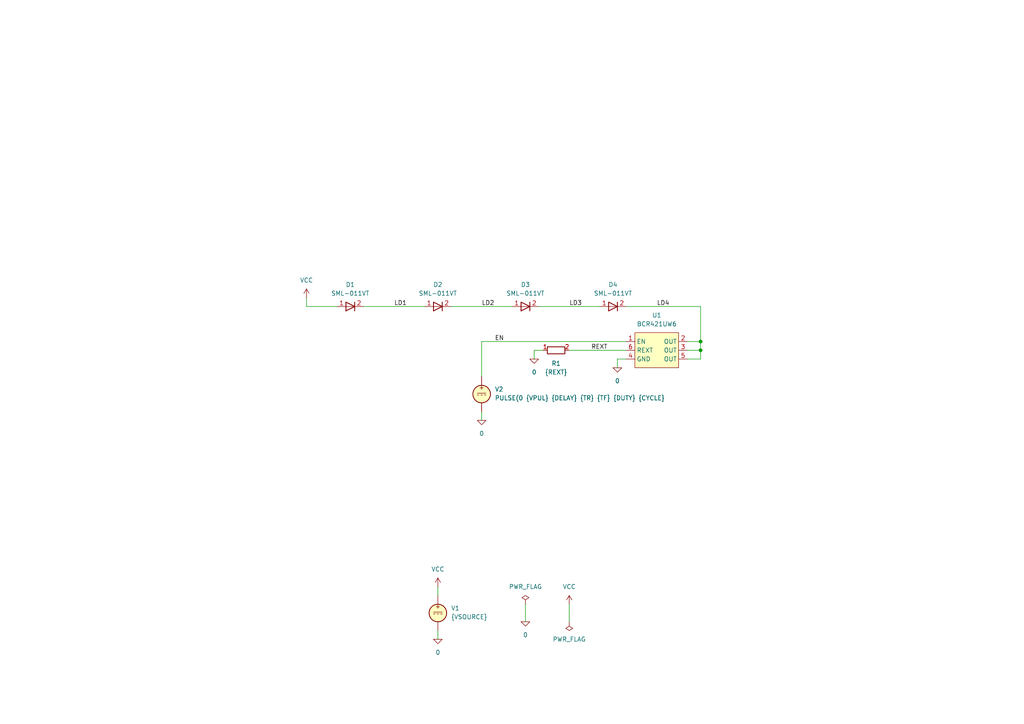
<source format=kicad_sch>
(kicad_sch
	(version 20250114)
	(generator "eeschema")
	(generator_version "9.0")
	(uuid "deaf8180-6dfc-4dc7-91fe-014d2dc4b8f4")
	(paper "A4")
	(title_block
		(title "10mA-350mA. ADJ LINEAR LED CONSTANT CURRENT REGULATOR")
		(date "2025-04-25")
		(rev "1")
		(company "astroelectronic@")
		(comment 4 "AE01003421")
	)
	(lib_symbols
		(symbol "BCR421UW6:0"
			(power)
			(pin_numbers
				(hide yes)
			)
			(pin_names
				(offset 0)
				(hide yes)
			)
			(exclude_from_sim no)
			(in_bom yes)
			(on_board yes)
			(property "Reference" "#GND"
				(at 0 -5.08 0)
				(effects
					(font
						(size 1.27 1.27)
					)
					(hide yes)
				)
			)
			(property "Value" "0"
				(at 0 -2.54 0)
				(effects
					(font
						(size 1.27 1.27)
					)
				)
			)
			(property "Footprint" ""
				(at 0 0 0)
				(effects
					(font
						(size 1.27 1.27)
					)
					(hide yes)
				)
			)
			(property "Datasheet" "https://ngspice.sourceforge.io/docs/ngspice-html-manual/manual.xhtml#subsec_Circuit_elements__device"
				(at 0 -10.16 0)
				(effects
					(font
						(size 1.27 1.27)
					)
					(hide yes)
				)
			)
			(property "Description" "0V reference potential for simulation"
				(at 0 -7.62 0)
				(effects
					(font
						(size 1.27 1.27)
					)
					(hide yes)
				)
			)
			(property "ki_keywords" "simulation"
				(at 0 0 0)
				(effects
					(font
						(size 1.27 1.27)
					)
					(hide yes)
				)
			)
			(symbol "0_0_1"
				(polyline
					(pts
						(xy -1.27 0) (xy 0 -1.27) (xy 1.27 0) (xy -1.27 0)
					)
					(stroke
						(width 0)
						(type default)
					)
					(fill
						(type none)
					)
				)
			)
			(symbol "0_1_1"
				(pin power_in line
					(at 0 0 0)
					(length 0)
					(name "~"
						(effects
							(font
								(size 1.016 1.016)
							)
						)
					)
					(number "1"
						(effects
							(font
								(size 1.016 1.016)
							)
						)
					)
				)
			)
			(embedded_fonts no)
		)
		(symbol "BCR421UW6:BCR421UW6"
			(exclude_from_sim no)
			(in_bom yes)
			(on_board yes)
			(property "Reference" "U"
				(at 0 7.874 0)
				(effects
					(font
						(size 1.27 1.27)
					)
				)
			)
			(property "Value" "BCR421UW6"
				(at 0 6.096 0)
				(effects
					(font
						(size 1.27 1.27)
					)
				)
			)
			(property "Footprint" ""
				(at 0 0 0)
				(effects
					(font
						(size 1.27 1.27)
					)
					(hide yes)
				)
			)
			(property "Datasheet" ""
				(at 0 0 0)
				(effects
					(font
						(size 1.27 1.27)
					)
					(hide yes)
				)
			)
			(property "Description" ""
				(at 0 0 0)
				(effects
					(font
						(size 1.27 1.27)
					)
					(hide yes)
				)
			)
			(symbol "BCR421UW6_1_1"
				(rectangle
					(start -6.35 5.08)
					(end 6.35 -5.08)
					(stroke
						(width 0)
						(type solid)
					)
					(fill
						(type background)
					)
				)
				(pin passive line
					(at -8.89 2.54 0)
					(length 2.54)
					(name "EN"
						(effects
							(font
								(size 1.27 1.27)
							)
						)
					)
					(number "1"
						(effects
							(font
								(size 1.27 1.27)
							)
						)
					)
				)
				(pin passive line
					(at -8.89 0 0)
					(length 2.54)
					(name "REXT"
						(effects
							(font
								(size 1.27 1.27)
							)
						)
					)
					(number "6"
						(effects
							(font
								(size 1.27 1.27)
							)
						)
					)
				)
				(pin passive line
					(at -8.89 -2.54 0)
					(length 2.54)
					(name "GND"
						(effects
							(font
								(size 1.27 1.27)
							)
						)
					)
					(number "4"
						(effects
							(font
								(size 1.27 1.27)
							)
						)
					)
				)
				(pin passive line
					(at 8.89 2.54 180)
					(length 2.54)
					(name "OUT"
						(effects
							(font
								(size 1.27 1.27)
							)
						)
					)
					(number "2"
						(effects
							(font
								(size 1.27 1.27)
							)
						)
					)
				)
				(pin passive line
					(at 8.89 0 180)
					(length 2.54)
					(name "OUT"
						(effects
							(font
								(size 1.27 1.27)
							)
						)
					)
					(number "3"
						(effects
							(font
								(size 1.27 1.27)
							)
						)
					)
				)
				(pin passive line
					(at 8.89 -2.54 180)
					(length 2.54)
					(name "OUT"
						(effects
							(font
								(size 1.27 1.27)
							)
						)
					)
					(number "5"
						(effects
							(font
								(size 1.27 1.27)
							)
						)
					)
				)
			)
			(embedded_fonts no)
		)
		(symbol "BCR421UW6:PWR_FLAG"
			(power)
			(pin_numbers
				(hide yes)
			)
			(pin_names
				(offset 0)
				(hide yes)
			)
			(exclude_from_sim no)
			(in_bom yes)
			(on_board yes)
			(property "Reference" "#FLG"
				(at 0 1.905 0)
				(effects
					(font
						(size 1.27 1.27)
					)
					(hide yes)
				)
			)
			(property "Value" "PWR_FLAG"
				(at 0 3.81 0)
				(effects
					(font
						(size 1.27 1.27)
					)
				)
			)
			(property "Footprint" ""
				(at 0 0 0)
				(effects
					(font
						(size 1.27 1.27)
					)
					(hide yes)
				)
			)
			(property "Datasheet" "~"
				(at 0 0 0)
				(effects
					(font
						(size 1.27 1.27)
					)
					(hide yes)
				)
			)
			(property "Description" "Special symbol for telling ERC where power comes from"
				(at 0 0 0)
				(effects
					(font
						(size 1.27 1.27)
					)
					(hide yes)
				)
			)
			(property "ki_keywords" "flag power"
				(at 0 0 0)
				(effects
					(font
						(size 1.27 1.27)
					)
					(hide yes)
				)
			)
			(symbol "PWR_FLAG_0_0"
				(pin power_out line
					(at 0 0 90)
					(length 0)
					(name "~"
						(effects
							(font
								(size 1.27 1.27)
							)
						)
					)
					(number "1"
						(effects
							(font
								(size 1.27 1.27)
							)
						)
					)
				)
			)
			(symbol "PWR_FLAG_0_1"
				(polyline
					(pts
						(xy 0 0) (xy 0 1.27) (xy -1.016 1.905) (xy 0 2.54) (xy 1.016 1.905) (xy 0 1.27)
					)
					(stroke
						(width 0)
						(type default)
					)
					(fill
						(type none)
					)
				)
			)
			(embedded_fonts no)
		)
		(symbol "BCR421UW6:R"
			(pin_names
				(offset 0)
				(hide yes)
			)
			(exclude_from_sim no)
			(in_bom yes)
			(on_board yes)
			(property "Reference" "R"
				(at 2.032 0 90)
				(effects
					(font
						(size 1.27 1.27)
					)
				)
			)
			(property "Value" "R"
				(at 0 0 90)
				(effects
					(font
						(size 1.27 1.27)
					)
				)
			)
			(property "Footprint" ""
				(at -1.778 0 90)
				(effects
					(font
						(size 1.27 1.27)
					)
					(hide yes)
				)
			)
			(property "Datasheet" "~"
				(at 0 0 0)
				(effects
					(font
						(size 1.27 1.27)
					)
					(hide yes)
				)
			)
			(property "Description" "Resistor"
				(at 0 0 0)
				(effects
					(font
						(size 1.27 1.27)
					)
					(hide yes)
				)
			)
			(property "ki_keywords" "R res resistor"
				(at 0 0 0)
				(effects
					(font
						(size 1.27 1.27)
					)
					(hide yes)
				)
			)
			(property "ki_fp_filters" "R_*"
				(at 0 0 0)
				(effects
					(font
						(size 1.27 1.27)
					)
					(hide yes)
				)
			)
			(symbol "R_0_1"
				(rectangle
					(start -1.016 -2.54)
					(end 1.016 2.54)
					(stroke
						(width 0.254)
						(type default)
					)
					(fill
						(type none)
					)
				)
			)
			(symbol "R_1_1"
				(pin passive line
					(at 0 3.81 270)
					(length 1.27)
					(name "~"
						(effects
							(font
								(size 1.27 1.27)
							)
						)
					)
					(number "1"
						(effects
							(font
								(size 1.27 1.27)
							)
						)
					)
				)
				(pin passive line
					(at 0 -3.81 90)
					(length 1.27)
					(name "~"
						(effects
							(font
								(size 1.27 1.27)
							)
						)
					)
					(number "2"
						(effects
							(font
								(size 1.27 1.27)
							)
						)
					)
				)
			)
			(embedded_fonts no)
		)
		(symbol "BCR421UW6:SML-011VT"
			(pin_names
				(offset 1.016)
				(hide yes)
			)
			(exclude_from_sim no)
			(in_bom yes)
			(on_board yes)
			(property "Reference" "D"
				(at 0 2.54 0)
				(effects
					(font
						(size 1.27 1.27)
					)
				)
			)
			(property "Value" "SML-011VT"
				(at 0 -2.54 0)
				(effects
					(font
						(size 1.27 1.27)
					)
				)
			)
			(property "Footprint" ""
				(at 0 0 0)
				(effects
					(font
						(size 1.27 1.27)
					)
					(hide yes)
				)
			)
			(property "Datasheet" "~"
				(at 0 0 0)
				(effects
					(font
						(size 1.27 1.27)
					)
					(hide yes)
				)
			)
			(property "Description" ""
				(at 0 0 0)
				(effects
					(font
						(size 1.27 1.27)
					)
					(hide yes)
				)
			)
			(property "ki_keywords" "simulation"
				(at 0 0 0)
				(effects
					(font
						(size 1.27 1.27)
					)
					(hide yes)
				)
			)
			(property "ki_fp_filters" "TO-???* *_Diode_* *SingleDiode* D_*"
				(at 0 0 0)
				(effects
					(font
						(size 1.27 1.27)
					)
					(hide yes)
				)
			)
			(symbol "SML-011VT_0_1"
				(polyline
					(pts
						(xy -1.27 1.27) (xy -1.27 -1.27)
					)
					(stroke
						(width 0.254)
						(type default)
					)
					(fill
						(type none)
					)
				)
				(polyline
					(pts
						(xy 1.27 1.27) (xy 1.27 -1.27) (xy -1.27 0) (xy 1.27 1.27)
					)
					(stroke
						(width 0.254)
						(type default)
					)
					(fill
						(type none)
					)
				)
				(polyline
					(pts
						(xy 1.27 0) (xy -1.27 0)
					)
					(stroke
						(width 0)
						(type default)
					)
					(fill
						(type none)
					)
				)
			)
			(symbol "SML-011VT_1_1"
				(pin passive line
					(at -3.81 0 0)
					(length 2.54)
					(name "K"
						(effects
							(font
								(size 1.27 1.27)
							)
						)
					)
					(number "2"
						(effects
							(font
								(size 1.27 1.27)
							)
						)
					)
				)
				(pin passive line
					(at 3.81 0 180)
					(length 2.54)
					(name "A"
						(effects
							(font
								(size 1.27 1.27)
							)
						)
					)
					(number "1"
						(effects
							(font
								(size 1.27 1.27)
							)
						)
					)
				)
			)
			(embedded_fonts no)
		)
		(symbol "BCR421UW6:VCC"
			(power)
			(pin_numbers
				(hide yes)
			)
			(pin_names
				(offset 0)
				(hide yes)
			)
			(exclude_from_sim no)
			(in_bom yes)
			(on_board yes)
			(property "Reference" "#PWR"
				(at 0 -3.81 0)
				(effects
					(font
						(size 1.27 1.27)
					)
					(hide yes)
				)
			)
			(property "Value" "VCC"
				(at 0 3.556 0)
				(effects
					(font
						(size 1.27 1.27)
					)
				)
			)
			(property "Footprint" ""
				(at 0 0 0)
				(effects
					(font
						(size 1.27 1.27)
					)
					(hide yes)
				)
			)
			(property "Datasheet" ""
				(at 0 0 0)
				(effects
					(font
						(size 1.27 1.27)
					)
					(hide yes)
				)
			)
			(property "Description" "Power symbol creates a global label with name \"VCC\""
				(at 0 0 0)
				(effects
					(font
						(size 1.27 1.27)
					)
					(hide yes)
				)
			)
			(property "ki_keywords" "global power"
				(at 0 0 0)
				(effects
					(font
						(size 1.27 1.27)
					)
					(hide yes)
				)
			)
			(symbol "VCC_0_1"
				(polyline
					(pts
						(xy -0.762 1.27) (xy 0 2.54)
					)
					(stroke
						(width 0)
						(type default)
					)
					(fill
						(type none)
					)
				)
				(polyline
					(pts
						(xy 0 2.54) (xy 0.762 1.27)
					)
					(stroke
						(width 0)
						(type default)
					)
					(fill
						(type none)
					)
				)
				(polyline
					(pts
						(xy 0 0) (xy 0 2.54)
					)
					(stroke
						(width 0)
						(type default)
					)
					(fill
						(type none)
					)
				)
			)
			(symbol "VCC_1_1"
				(pin power_in line
					(at 0 0 90)
					(length 0)
					(name "~"
						(effects
							(font
								(size 1.27 1.27)
							)
						)
					)
					(number "1"
						(effects
							(font
								(size 1.27 1.27)
							)
						)
					)
				)
			)
			(embedded_fonts no)
		)
		(symbol "BCR421UW6:VDC"
			(pin_numbers
				(hide yes)
			)
			(pin_names
				(offset 0.0254)
			)
			(exclude_from_sim no)
			(in_bom yes)
			(on_board yes)
			(property "Reference" "V"
				(at 2.54 2.54 0)
				(effects
					(font
						(size 1.27 1.27)
					)
					(justify left)
				)
			)
			(property "Value" "1"
				(at 2.54 0 0)
				(effects
					(font
						(size 1.27 1.27)
					)
					(justify left)
				)
			)
			(property "Footprint" ""
				(at 0 0 0)
				(effects
					(font
						(size 1.27 1.27)
					)
					(hide yes)
				)
			)
			(property "Datasheet" "https://ngspice.sourceforge.io/docs/ngspice-html-manual/manual.xhtml#sec_Independent_Sources_for"
				(at 0 0 0)
				(effects
					(font
						(size 1.27 1.27)
					)
					(hide yes)
				)
			)
			(property "Description" "Voltage source, DC"
				(at 0 0 0)
				(effects
					(font
						(size 1.27 1.27)
					)
					(hide yes)
				)
			)
			(property "Sim.Pins" "1=+ 2=-"
				(at 0 0 0)
				(effects
					(font
						(size 1.27 1.27)
					)
					(hide yes)
				)
			)
			(property "Sim.Type" "DC"
				(at 0 0 0)
				(effects
					(font
						(size 1.27 1.27)
					)
					(hide yes)
				)
			)
			(property "Sim.Device" "V"
				(at 0 0 0)
				(effects
					(font
						(size 1.27 1.27)
					)
					(justify left)
					(hide yes)
				)
			)
			(property "ki_keywords" "simulation"
				(at 0 0 0)
				(effects
					(font
						(size 1.27 1.27)
					)
					(hide yes)
				)
			)
			(symbol "VDC_0_0"
				(polyline
					(pts
						(xy -1.27 0.254) (xy 1.27 0.254)
					)
					(stroke
						(width 0)
						(type default)
					)
					(fill
						(type none)
					)
				)
				(polyline
					(pts
						(xy -0.762 -0.254) (xy -1.27 -0.254)
					)
					(stroke
						(width 0)
						(type default)
					)
					(fill
						(type none)
					)
				)
				(polyline
					(pts
						(xy 0.254 -0.254) (xy -0.254 -0.254)
					)
					(stroke
						(width 0)
						(type default)
					)
					(fill
						(type none)
					)
				)
				(polyline
					(pts
						(xy 1.27 -0.254) (xy 0.762 -0.254)
					)
					(stroke
						(width 0)
						(type default)
					)
					(fill
						(type none)
					)
				)
				(text "+"
					(at 0 1.905 0)
					(effects
						(font
							(size 1.27 1.27)
						)
					)
				)
			)
			(symbol "VDC_0_1"
				(circle
					(center 0 0)
					(radius 2.54)
					(stroke
						(width 0.254)
						(type default)
					)
					(fill
						(type background)
					)
				)
			)
			(symbol "VDC_1_1"
				(pin passive line
					(at 0 5.08 270)
					(length 2.54)
					(name "~"
						(effects
							(font
								(size 1.27 1.27)
							)
						)
					)
					(number "1"
						(effects
							(font
								(size 1.27 1.27)
							)
						)
					)
				)
				(pin passive line
					(at 0 -5.08 90)
					(length 2.54)
					(name "~"
						(effects
							(font
								(size 1.27 1.27)
							)
						)
					)
					(number "2"
						(effects
							(font
								(size 1.27 1.27)
							)
						)
					)
				)
			)
			(embedded_fonts no)
		)
	)
	(junction
		(at 203.2 101.6)
		(diameter 0)
		(color 0 0 0 0)
		(uuid "05dd1299-b6e4-4029-a9c5-c5abf2ccc0be")
	)
	(junction
		(at 203.2 99.06)
		(diameter 0)
		(color 0 0 0 0)
		(uuid "63db204b-8c34-4f99-a650-7dca69195dec")
	)
	(wire
		(pts
			(xy 105.41 88.9) (xy 123.19 88.9)
		)
		(stroke
			(width 0)
			(type default)
		)
		(uuid "0045ae00-be29-4f8c-b763-3d913c5ee56b")
	)
	(wire
		(pts
			(xy 154.94 101.6) (xy 154.94 104.14)
		)
		(stroke
			(width 0)
			(type default)
		)
		(uuid "0d1b15e2-2e6a-4a43-8e57-0bf04e0894bd")
	)
	(wire
		(pts
			(xy 97.79 88.9) (xy 88.9 88.9)
		)
		(stroke
			(width 0)
			(type default)
		)
		(uuid "11c5f196-65d5-4536-93de-998303a66b68")
	)
	(wire
		(pts
			(xy 181.61 88.9) (xy 203.2 88.9)
		)
		(stroke
			(width 0)
			(type default)
		)
		(uuid "19a14faa-9304-472b-bf84-f30f40526cbb")
	)
	(wire
		(pts
			(xy 139.7 99.06) (xy 181.61 99.06)
		)
		(stroke
			(width 0)
			(type default)
		)
		(uuid "19ac6d1f-09c8-476c-b4dd-7cd25421cb7f")
	)
	(wire
		(pts
			(xy 165.1 175.26) (xy 165.1 180.34)
		)
		(stroke
			(width 0)
			(type default)
		)
		(uuid "5ddf2b08-dd6f-4b13-b5e6-59ae9ab557fd")
	)
	(wire
		(pts
			(xy 157.48 101.6) (xy 154.94 101.6)
		)
		(stroke
			(width 0)
			(type default)
		)
		(uuid "6a14b02d-1968-4f46-bde6-1cb13687b77c")
	)
	(wire
		(pts
			(xy 199.39 99.06) (xy 203.2 99.06)
		)
		(stroke
			(width 0)
			(type default)
		)
		(uuid "7114506d-0872-4856-b465-26a0517c72f1")
	)
	(wire
		(pts
			(xy 127 170.18) (xy 127 172.72)
		)
		(stroke
			(width 0)
			(type default)
		)
		(uuid "7e5f4f58-a61e-4a9c-9b86-9e5365fa8424")
	)
	(wire
		(pts
			(xy 88.9 86.36) (xy 88.9 88.9)
		)
		(stroke
			(width 0)
			(type default)
		)
		(uuid "818f433e-1f23-417c-b71f-2c3d61141b81")
	)
	(wire
		(pts
			(xy 152.4 175.26) (xy 152.4 180.34)
		)
		(stroke
			(width 0)
			(type default)
		)
		(uuid "84634e00-f19d-425e-b23e-0dbd21fdadb6")
	)
	(wire
		(pts
			(xy 165.1 101.6) (xy 181.61 101.6)
		)
		(stroke
			(width 0)
			(type default)
		)
		(uuid "8fa7a4f6-6aeb-4eed-b25e-8f3f0dd86edd")
	)
	(wire
		(pts
			(xy 181.61 104.14) (xy 179.07 104.14)
		)
		(stroke
			(width 0)
			(type default)
		)
		(uuid "9a7aea48-d316-4f4c-b1cf-dae2d3b550e8")
	)
	(wire
		(pts
			(xy 179.07 104.14) (xy 179.07 106.68)
		)
		(stroke
			(width 0)
			(type default)
		)
		(uuid "9ac4a7a1-40f9-404e-b747-c2813a62ceae")
	)
	(wire
		(pts
			(xy 199.39 101.6) (xy 203.2 101.6)
		)
		(stroke
			(width 0)
			(type default)
		)
		(uuid "adb07e87-f205-4d10-aba4-ffd090b6aeec")
	)
	(wire
		(pts
			(xy 127 182.88) (xy 127 185.42)
		)
		(stroke
			(width 0)
			(type default)
		)
		(uuid "b1dc1240-8261-4e75-9e9f-ecc0b1441cda")
	)
	(wire
		(pts
			(xy 139.7 119.38) (xy 139.7 121.92)
		)
		(stroke
			(width 0)
			(type default)
		)
		(uuid "b6e778e8-5797-47e7-9082-8a038bbdd0db")
	)
	(wire
		(pts
			(xy 203.2 104.14) (xy 203.2 101.6)
		)
		(stroke
			(width 0)
			(type default)
		)
		(uuid "cdbd3cb0-439e-4312-928e-091267ffc005")
	)
	(wire
		(pts
			(xy 139.7 99.06) (xy 139.7 109.22)
		)
		(stroke
			(width 0)
			(type default)
		)
		(uuid "ceedca44-65b8-42fa-9423-b0ccfe51a2a0")
	)
	(wire
		(pts
			(xy 130.81 88.9) (xy 148.59 88.9)
		)
		(stroke
			(width 0)
			(type default)
		)
		(uuid "d9154603-d6ea-4c88-9a74-3d13bc0b8f09")
	)
	(wire
		(pts
			(xy 203.2 101.6) (xy 203.2 99.06)
		)
		(stroke
			(width 0)
			(type default)
		)
		(uuid "e1230c8d-0745-45bd-b995-b94dc8371a7b")
	)
	(wire
		(pts
			(xy 199.39 104.14) (xy 203.2 104.14)
		)
		(stroke
			(width 0)
			(type default)
		)
		(uuid "e4aac80a-d285-4860-b8f7-361bad426f05")
	)
	(wire
		(pts
			(xy 156.21 88.9) (xy 173.99 88.9)
		)
		(stroke
			(width 0)
			(type default)
		)
		(uuid "ed8d5672-14d2-4fa0-a0fc-25002a2fdf7d")
	)
	(wire
		(pts
			(xy 203.2 99.06) (xy 203.2 88.9)
		)
		(stroke
			(width 0)
			(type default)
		)
		(uuid "f17ca2b4-7c39-48c8-a483-03d698905705")
	)
	(label "EN"
		(at 143.51 99.06 0)
		(effects
			(font
				(size 1.27 1.27)
			)
			(justify left bottom)
		)
		(uuid "14a13fa4-50c1-4765-b345-9591f2ed41c6")
	)
	(label "REXT"
		(at 171.45 101.6 0)
		(effects
			(font
				(size 1.27 1.27)
			)
			(justify left bottom)
		)
		(uuid "79ae42c4-54c0-4280-a709-e279040f271b")
	)
	(label "LD4"
		(at 190.5 88.9 0)
		(effects
			(font
				(size 1.27 1.27)
			)
			(justify left bottom)
		)
		(uuid "807c38ab-575a-4835-9339-16661e1e6bbc")
	)
	(label "LD1"
		(at 114.3 88.9 0)
		(effects
			(font
				(size 1.27 1.27)
			)
			(justify left bottom)
		)
		(uuid "9e32c34c-9a8d-41ca-8cd5-10de514d2e7c")
	)
	(label "LD2"
		(at 139.7 88.9 0)
		(effects
			(font
				(size 1.27 1.27)
			)
			(justify left bottom)
		)
		(uuid "aa88023b-4a05-450e-9f69-971f2d9de7fd")
	)
	(label "LD3"
		(at 165.1 88.9 0)
		(effects
			(font
				(size 1.27 1.27)
			)
			(justify left bottom)
		)
		(uuid "f553e671-6c65-40f6-a811-63680fed282b")
	)
	(symbol
		(lib_id "BCR421UW6:SML-011VT")
		(at 101.6 88.9 180)
		(unit 1)
		(exclude_from_sim no)
		(in_bom yes)
		(on_board yes)
		(dnp no)
		(fields_autoplaced yes)
		(uuid "102ea5fc-8713-4cc6-9aad-b286529b475c")
		(property "Reference" "D1"
			(at 101.6 82.55 0)
			(effects
				(font
					(size 1.27 1.27)
				)
			)
		)
		(property "Value" "SML-011VT"
			(at 101.6 85.09 0)
			(effects
				(font
					(size 1.27 1.27)
				)
			)
		)
		(property "Footprint" ""
			(at 101.6 88.9 0)
			(effects
				(font
					(size 1.27 1.27)
				)
				(hide yes)
			)
		)
		(property "Datasheet" "~"
			(at 101.6 88.9 0)
			(effects
				(font
					(size 1.27 1.27)
				)
				(hide yes)
			)
		)
		(property "Description" ""
			(at 101.6 88.9 0)
			(effects
				(font
					(size 1.27 1.27)
				)
				(hide yes)
			)
		)
		(property "Sim.Library" "SML-011VT_SPICE.lib"
			(at 101.6 88.9 0)
			(effects
				(font
					(size 1.27 1.27)
				)
				(hide yes)
			)
		)
		(property "Sim.Name" "SML-011VT"
			(at 101.6 88.9 0)
			(effects
				(font
					(size 1.27 1.27)
				)
				(hide yes)
			)
		)
		(property "Sim.Device" "D"
			(at 101.6 88.9 0)
			(effects
				(font
					(size 1.27 1.27)
				)
				(hide yes)
			)
		)
		(property "Sim.Pins" "1=A 2=K"
			(at 101.6 88.9 0)
			(effects
				(font
					(size 1.27 1.27)
				)
				(hide yes)
			)
		)
		(pin "2"
			(uuid "48bf2f1e-c8df-45cb-b11c-aa0b6d9152cb")
		)
		(pin "1"
			(uuid "059305b6-a0e8-40c5-be35-273e5f6bf2ce")
		)
		(instances
			(project ""
				(path "/deaf8180-6dfc-4dc7-91fe-014d2dc4b8f4"
					(reference "D1")
					(unit 1)
				)
			)
		)
	)
	(symbol
		(lib_id "BCR421UW6:VDC")
		(at 139.7 114.3 0)
		(unit 1)
		(exclude_from_sim no)
		(in_bom yes)
		(on_board yes)
		(dnp no)
		(fields_autoplaced yes)
		(uuid "15527175-99f0-4e9d-80de-a6a9d796edb4")
		(property "Reference" "V2"
			(at 143.51 112.9001 0)
			(effects
				(font
					(size 1.27 1.27)
				)
				(justify left)
			)
		)
		(property "Value" "PULSE(0 {VPUL} {DELAY} {TR} {TF} {DUTY} {CYCLE}"
			(at 143.51 115.4401 0)
			(effects
				(font
					(size 1.27 1.27)
				)
				(justify left)
			)
		)
		(property "Footprint" ""
			(at 139.7 114.3 0)
			(effects
				(font
					(size 1.27 1.27)
				)
				(hide yes)
			)
		)
		(property "Datasheet" "https://ngspice.sourceforge.io/docs/ngspice-html-manual/manual.xhtml#sec_Independent_Sources_for"
			(at 139.7 114.3 0)
			(effects
				(font
					(size 1.27 1.27)
				)
				(hide yes)
			)
		)
		(property "Description" "Voltage source, DC"
			(at 139.7 114.3 0)
			(effects
				(font
					(size 1.27 1.27)
				)
				(hide yes)
			)
		)
		(property "Sim.Pins" "1=+ 2=-"
			(at 139.7 114.3 0)
			(effects
				(font
					(size 1.27 1.27)
				)
				(hide yes)
			)
		)
		(property "Sim.Type" "DC"
			(at 139.7 114.3 0)
			(effects
				(font
					(size 1.27 1.27)
				)
				(hide yes)
			)
		)
		(property "Sim.Device" "V"
			(at 139.7 114.3 0)
			(effects
				(font
					(size 1.27 1.27)
				)
				(justify left)
				(hide yes)
			)
		)
		(pin "2"
			(uuid "b1c16b56-0926-4185-b412-0e7fd9b78251")
		)
		(pin "1"
			(uuid "81d20d00-3a35-4bf6-806d-26626dc4834e")
		)
		(instances
			(project ""
				(path "/deaf8180-6dfc-4dc7-91fe-014d2dc4b8f4"
					(reference "V2")
					(unit 1)
				)
			)
		)
	)
	(symbol
		(lib_id "BCR421UW6:SML-011VT")
		(at 152.4 88.9 180)
		(unit 1)
		(exclude_from_sim no)
		(in_bom yes)
		(on_board yes)
		(dnp no)
		(fields_autoplaced yes)
		(uuid "260aeb15-fa1d-403e-83b3-de1b0f4bc764")
		(property "Reference" "D3"
			(at 152.4 82.55 0)
			(effects
				(font
					(size 1.27 1.27)
				)
			)
		)
		(property "Value" "SML-011VT"
			(at 152.4 85.09 0)
			(effects
				(font
					(size 1.27 1.27)
				)
			)
		)
		(property "Footprint" ""
			(at 152.4 88.9 0)
			(effects
				(font
					(size 1.27 1.27)
				)
				(hide yes)
			)
		)
		(property "Datasheet" "~"
			(at 152.4 88.9 0)
			(effects
				(font
					(size 1.27 1.27)
				)
				(hide yes)
			)
		)
		(property "Description" ""
			(at 152.4 88.9 0)
			(effects
				(font
					(size 1.27 1.27)
				)
				(hide yes)
			)
		)
		(property "Sim.Library" "SML-011VT_SPICE.lib"
			(at 152.4 88.9 0)
			(effects
				(font
					(size 1.27 1.27)
				)
				(hide yes)
			)
		)
		(property "Sim.Name" "SML-011VT"
			(at 152.4 88.9 0)
			(effects
				(font
					(size 1.27 1.27)
				)
				(hide yes)
			)
		)
		(property "Sim.Device" "D"
			(at 152.4 88.9 0)
			(effects
				(font
					(size 1.27 1.27)
				)
				(hide yes)
			)
		)
		(property "Sim.Pins" "1=A 2=K"
			(at 152.4 88.9 0)
			(effects
				(font
					(size 1.27 1.27)
				)
				(hide yes)
			)
		)
		(pin "2"
			(uuid "941d8554-908f-4d18-85df-9622bf396595")
		)
		(pin "1"
			(uuid "05008b31-4c88-439a-96f2-7848c1c3a013")
		)
		(instances
			(project "BCR421UW6"
				(path "/deaf8180-6dfc-4dc7-91fe-014d2dc4b8f4"
					(reference "D3")
					(unit 1)
				)
			)
		)
	)
	(symbol
		(lib_id "BCR421UW6:SML-011VT")
		(at 177.8 88.9 180)
		(unit 1)
		(exclude_from_sim no)
		(in_bom yes)
		(on_board yes)
		(dnp no)
		(fields_autoplaced yes)
		(uuid "432aa677-1a63-4c66-8710-9c69b8975d34")
		(property "Reference" "D4"
			(at 177.8 82.55 0)
			(effects
				(font
					(size 1.27 1.27)
				)
			)
		)
		(property "Value" "SML-011VT"
			(at 177.8 85.09 0)
			(effects
				(font
					(size 1.27 1.27)
				)
			)
		)
		(property "Footprint" ""
			(at 177.8 88.9 0)
			(effects
				(font
					(size 1.27 1.27)
				)
				(hide yes)
			)
		)
		(property "Datasheet" "~"
			(at 177.8 88.9 0)
			(effects
				(font
					(size 1.27 1.27)
				)
				(hide yes)
			)
		)
		(property "Description" ""
			(at 177.8 88.9 0)
			(effects
				(font
					(size 1.27 1.27)
				)
				(hide yes)
			)
		)
		(property "Sim.Library" "SML-011VT_SPICE.lib"
			(at 177.8 88.9 0)
			(effects
				(font
					(size 1.27 1.27)
				)
				(hide yes)
			)
		)
		(property "Sim.Name" "SML-011VT"
			(at 177.8 88.9 0)
			(effects
				(font
					(size 1.27 1.27)
				)
				(hide yes)
			)
		)
		(property "Sim.Device" "D"
			(at 177.8 88.9 0)
			(effects
				(font
					(size 1.27 1.27)
				)
				(hide yes)
			)
		)
		(property "Sim.Pins" "1=A 2=K"
			(at 177.8 88.9 0)
			(effects
				(font
					(size 1.27 1.27)
				)
				(hide yes)
			)
		)
		(pin "2"
			(uuid "6b76d574-52a2-4069-b509-156970e4ba88")
		)
		(pin "1"
			(uuid "60dd1333-298c-48cc-a994-4e7a64d782d9")
		)
		(instances
			(project "BCR421UW6"
				(path "/deaf8180-6dfc-4dc7-91fe-014d2dc4b8f4"
					(reference "D4")
					(unit 1)
				)
			)
		)
	)
	(symbol
		(lib_id "BCR421UW6:0")
		(at 179.07 106.68 0)
		(unit 1)
		(exclude_from_sim no)
		(in_bom yes)
		(on_board yes)
		(dnp no)
		(fields_autoplaced yes)
		(uuid "4cd99204-46a6-493c-8118-5e06582e5c6b")
		(property "Reference" "#GND01"
			(at 179.07 111.76 0)
			(effects
				(font
					(size 1.27 1.27)
				)
				(hide yes)
			)
		)
		(property "Value" "0"
			(at 179.07 110.49 0)
			(effects
				(font
					(size 1.27 1.27)
				)
			)
		)
		(property "Footprint" ""
			(at 179.07 106.68 0)
			(effects
				(font
					(size 1.27 1.27)
				)
				(hide yes)
			)
		)
		(property "Datasheet" "https://ngspice.sourceforge.io/docs/ngspice-html-manual/manual.xhtml#subsec_Circuit_elements__device"
			(at 179.07 116.84 0)
			(effects
				(font
					(size 1.27 1.27)
				)
				(hide yes)
			)
		)
		(property "Description" "0V reference potential for simulation"
			(at 179.07 114.3 0)
			(effects
				(font
					(size 1.27 1.27)
				)
				(hide yes)
			)
		)
		(pin "1"
			(uuid "75fc2091-eed2-45e7-8b5d-0fedd4b9ef87")
		)
		(instances
			(project ""
				(path "/deaf8180-6dfc-4dc7-91fe-014d2dc4b8f4"
					(reference "#GND01")
					(unit 1)
				)
			)
		)
	)
	(symbol
		(lib_id "BCR421UW6:VCC")
		(at 127 170.18 0)
		(unit 1)
		(exclude_from_sim no)
		(in_bom yes)
		(on_board yes)
		(dnp no)
		(fields_autoplaced yes)
		(uuid "5884e887-8915-4d9a-b8ab-ccaed72e9ed2")
		(property "Reference" "#PWR02"
			(at 127 173.99 0)
			(effects
				(font
					(size 1.27 1.27)
				)
				(hide yes)
			)
		)
		(property "Value" "VCC"
			(at 127 165.1 0)
			(effects
				(font
					(size 1.27 1.27)
				)
			)
		)
		(property "Footprint" ""
			(at 127 170.18 0)
			(effects
				(font
					(size 1.27 1.27)
				)
				(hide yes)
			)
		)
		(property "Datasheet" ""
			(at 127 170.18 0)
			(effects
				(font
					(size 1.27 1.27)
				)
				(hide yes)
			)
		)
		(property "Description" "Power symbol creates a global label with name \"VCC\""
			(at 127 170.18 0)
			(effects
				(font
					(size 1.27 1.27)
				)
				(hide yes)
			)
		)
		(pin "1"
			(uuid "6c8fa977-5356-4414-bcb8-b9c066a4fc57")
		)
		(instances
			(project "BCR421UW6"
				(path "/deaf8180-6dfc-4dc7-91fe-014d2dc4b8f4"
					(reference "#PWR02")
					(unit 1)
				)
			)
		)
	)
	(symbol
		(lib_id "BCR421UW6:0")
		(at 152.4 180.34 0)
		(unit 1)
		(exclude_from_sim no)
		(in_bom yes)
		(on_board yes)
		(dnp no)
		(fields_autoplaced yes)
		(uuid "58bf272d-9299-48bc-8dc6-e3db984d2f07")
		(property "Reference" "#GND03"
			(at 152.4 185.42 0)
			(effects
				(font
					(size 1.27 1.27)
				)
				(hide yes)
			)
		)
		(property "Value" "0"
			(at 152.4 184.15 0)
			(effects
				(font
					(size 1.27 1.27)
				)
			)
		)
		(property "Footprint" ""
			(at 152.4 180.34 0)
			(effects
				(font
					(size 1.27 1.27)
				)
				(hide yes)
			)
		)
		(property "Datasheet" "https://ngspice.sourceforge.io/docs/ngspice-html-manual/manual.xhtml#subsec_Circuit_elements__device"
			(at 152.4 190.5 0)
			(effects
				(font
					(size 1.27 1.27)
				)
				(hide yes)
			)
		)
		(property "Description" "0V reference potential for simulation"
			(at 152.4 187.96 0)
			(effects
				(font
					(size 1.27 1.27)
				)
				(hide yes)
			)
		)
		(pin "1"
			(uuid "0fbe008d-ca7d-463d-9e67-4a35d4be24cc")
		)
		(instances
			(project "BCR421UW6"
				(path "/deaf8180-6dfc-4dc7-91fe-014d2dc4b8f4"
					(reference "#GND03")
					(unit 1)
				)
			)
		)
	)
	(symbol
		(lib_id "BCR421UW6:VDC")
		(at 127 177.8 0)
		(unit 1)
		(exclude_from_sim no)
		(in_bom yes)
		(on_board yes)
		(dnp no)
		(fields_autoplaced yes)
		(uuid "662d02cf-5583-4624-81ee-7a036f032d5e")
		(property "Reference" "V1"
			(at 130.81 176.4001 0)
			(effects
				(font
					(size 1.27 1.27)
				)
				(justify left)
			)
		)
		(property "Value" "{VSOURCE}"
			(at 130.81 178.9401 0)
			(effects
				(font
					(size 1.27 1.27)
				)
				(justify left)
			)
		)
		(property "Footprint" ""
			(at 127 177.8 0)
			(effects
				(font
					(size 1.27 1.27)
				)
				(hide yes)
			)
		)
		(property "Datasheet" "https://ngspice.sourceforge.io/docs/ngspice-html-manual/manual.xhtml#sec_Independent_Sources_for"
			(at 127 177.8 0)
			(effects
				(font
					(size 1.27 1.27)
				)
				(hide yes)
			)
		)
		(property "Description" "Voltage source, DC"
			(at 127 177.8 0)
			(effects
				(font
					(size 1.27 1.27)
				)
				(hide yes)
			)
		)
		(property "Sim.Pins" "1=+ 2=-"
			(at 127 177.8 0)
			(effects
				(font
					(size 1.27 1.27)
				)
				(hide yes)
			)
		)
		(property "Sim.Type" "DC"
			(at 127 177.8 0)
			(effects
				(font
					(size 1.27 1.27)
				)
				(hide yes)
			)
		)
		(property "Sim.Device" "V"
			(at 127 177.8 0)
			(effects
				(font
					(size 1.27 1.27)
				)
				(justify left)
				(hide yes)
			)
		)
		(pin "2"
			(uuid "f3c33e9e-c520-4cf7-aa4b-1edf6c19496a")
		)
		(pin "1"
			(uuid "6ced12bd-5ada-4ae8-9583-cfabe2a65f6f")
		)
		(instances
			(project ""
				(path "/deaf8180-6dfc-4dc7-91fe-014d2dc4b8f4"
					(reference "V1")
					(unit 1)
				)
			)
		)
	)
	(symbol
		(lib_id "BCR421UW6:PWR_FLAG")
		(at 152.4 175.26 0)
		(unit 1)
		(exclude_from_sim no)
		(in_bom yes)
		(on_board yes)
		(dnp no)
		(fields_autoplaced yes)
		(uuid "6df5d3b0-d63c-4e6f-8c28-f00c1f5c470f")
		(property "Reference" "#FLG01"
			(at 152.4 173.355 0)
			(effects
				(font
					(size 1.27 1.27)
				)
				(hide yes)
			)
		)
		(property "Value" "PWR_FLAG"
			(at 152.4 170.18 0)
			(effects
				(font
					(size 1.27 1.27)
				)
			)
		)
		(property "Footprint" ""
			(at 152.4 175.26 0)
			(effects
				(font
					(size 1.27 1.27)
				)
				(hide yes)
			)
		)
		(property "Datasheet" "~"
			(at 152.4 175.26 0)
			(effects
				(font
					(size 1.27 1.27)
				)
				(hide yes)
			)
		)
		(property "Description" "Special symbol for telling ERC where power comes from"
			(at 152.4 175.26 0)
			(effects
				(font
					(size 1.27 1.27)
				)
				(hide yes)
			)
		)
		(pin "1"
			(uuid "b7bd4994-ec4c-4eec-bd08-59db4a8e87a6")
		)
		(instances
			(project ""
				(path "/deaf8180-6dfc-4dc7-91fe-014d2dc4b8f4"
					(reference "#FLG01")
					(unit 1)
				)
			)
		)
	)
	(symbol
		(lib_id "BCR421UW6:0")
		(at 127 185.42 0)
		(unit 1)
		(exclude_from_sim no)
		(in_bom yes)
		(on_board yes)
		(dnp no)
		(fields_autoplaced yes)
		(uuid "72fb1e88-3e13-4c68-82b8-8148fff72325")
		(property "Reference" "#GND02"
			(at 127 190.5 0)
			(effects
				(font
					(size 1.27 1.27)
				)
				(hide yes)
			)
		)
		(property "Value" "0"
			(at 127 189.23 0)
			(effects
				(font
					(size 1.27 1.27)
				)
			)
		)
		(property "Footprint" ""
			(at 127 185.42 0)
			(effects
				(font
					(size 1.27 1.27)
				)
				(hide yes)
			)
		)
		(property "Datasheet" "https://ngspice.sourceforge.io/docs/ngspice-html-manual/manual.xhtml#subsec_Circuit_elements__device"
			(at 127 195.58 0)
			(effects
				(font
					(size 1.27 1.27)
				)
				(hide yes)
			)
		)
		(property "Description" "0V reference potential for simulation"
			(at 127 193.04 0)
			(effects
				(font
					(size 1.27 1.27)
				)
				(hide yes)
			)
		)
		(pin "1"
			(uuid "417b9d3e-fd6e-46d8-b610-1a1622b2c464")
		)
		(instances
			(project "BCR421UW6"
				(path "/deaf8180-6dfc-4dc7-91fe-014d2dc4b8f4"
					(reference "#GND02")
					(unit 1)
				)
			)
		)
	)
	(symbol
		(lib_id "BCR421UW6:0")
		(at 139.7 121.92 0)
		(unit 1)
		(exclude_from_sim no)
		(in_bom yes)
		(on_board yes)
		(dnp no)
		(fields_autoplaced yes)
		(uuid "758d4941-5eb5-409e-aa2f-141003374bfe")
		(property "Reference" "#GND05"
			(at 139.7 127 0)
			(effects
				(font
					(size 1.27 1.27)
				)
				(hide yes)
			)
		)
		(property "Value" "0"
			(at 139.7 125.73 0)
			(effects
				(font
					(size 1.27 1.27)
				)
			)
		)
		(property "Footprint" ""
			(at 139.7 121.92 0)
			(effects
				(font
					(size 1.27 1.27)
				)
				(hide yes)
			)
		)
		(property "Datasheet" "https://ngspice.sourceforge.io/docs/ngspice-html-manual/manual.xhtml#subsec_Circuit_elements__device"
			(at 139.7 132.08 0)
			(effects
				(font
					(size 1.27 1.27)
				)
				(hide yes)
			)
		)
		(property "Description" "0V reference potential for simulation"
			(at 139.7 129.54 0)
			(effects
				(font
					(size 1.27 1.27)
				)
				(hide yes)
			)
		)
		(pin "1"
			(uuid "b56d04f7-4701-4bc3-8ce5-37eb7533dbaa")
		)
		(instances
			(project "BCR421UW6"
				(path "/deaf8180-6dfc-4dc7-91fe-014d2dc4b8f4"
					(reference "#GND05")
					(unit 1)
				)
			)
		)
	)
	(symbol
		(lib_id "BCR421UW6:SML-011VT")
		(at 127 88.9 180)
		(unit 1)
		(exclude_from_sim no)
		(in_bom yes)
		(on_board yes)
		(dnp no)
		(fields_autoplaced yes)
		(uuid "82df2333-c5f4-497d-b5f6-5577d4602c23")
		(property "Reference" "D2"
			(at 127 82.55 0)
			(effects
				(font
					(size 1.27 1.27)
				)
			)
		)
		(property "Value" "SML-011VT"
			(at 127 85.09 0)
			(effects
				(font
					(size 1.27 1.27)
				)
			)
		)
		(property "Footprint" ""
			(at 127 88.9 0)
			(effects
				(font
					(size 1.27 1.27)
				)
				(hide yes)
			)
		)
		(property "Datasheet" "~"
			(at 127 88.9 0)
			(effects
				(font
					(size 1.27 1.27)
				)
				(hide yes)
			)
		)
		(property "Description" ""
			(at 127 88.9 0)
			(effects
				(font
					(size 1.27 1.27)
				)
				(hide yes)
			)
		)
		(property "Sim.Library" "SML-011VT_SPICE.lib"
			(at 127 88.9 0)
			(effects
				(font
					(size 1.27 1.27)
				)
				(hide yes)
			)
		)
		(property "Sim.Name" "SML-011VT"
			(at 127 88.9 0)
			(effects
				(font
					(size 1.27 1.27)
				)
				(hide yes)
			)
		)
		(property "Sim.Device" "D"
			(at 127 88.9 0)
			(effects
				(font
					(size 1.27 1.27)
				)
				(hide yes)
			)
		)
		(property "Sim.Pins" "1=A 2=K"
			(at 127 88.9 0)
			(effects
				(font
					(size 1.27 1.27)
				)
				(hide yes)
			)
		)
		(pin "2"
			(uuid "43b95d90-1628-46b4-8a95-6d17a1bca991")
		)
		(pin "1"
			(uuid "de5b8934-c49b-40a6-8af3-88f59a773de4")
		)
		(instances
			(project "BCR421UW6"
				(path "/deaf8180-6dfc-4dc7-91fe-014d2dc4b8f4"
					(reference "D2")
					(unit 1)
				)
			)
		)
	)
	(symbol
		(lib_id "BCR421UW6:PWR_FLAG")
		(at 165.1 180.34 180)
		(unit 1)
		(exclude_from_sim no)
		(in_bom yes)
		(on_board yes)
		(dnp no)
		(fields_autoplaced yes)
		(uuid "91443023-f367-4058-a1b9-f3fd59563dce")
		(property "Reference" "#FLG02"
			(at 165.1 182.245 0)
			(effects
				(font
					(size 1.27 1.27)
				)
				(hide yes)
			)
		)
		(property "Value" "PWR_FLAG"
			(at 165.1 185.42 0)
			(effects
				(font
					(size 1.27 1.27)
				)
			)
		)
		(property "Footprint" ""
			(at 165.1 180.34 0)
			(effects
				(font
					(size 1.27 1.27)
				)
				(hide yes)
			)
		)
		(property "Datasheet" "~"
			(at 165.1 180.34 0)
			(effects
				(font
					(size 1.27 1.27)
				)
				(hide yes)
			)
		)
		(property "Description" "Special symbol for telling ERC where power comes from"
			(at 165.1 180.34 0)
			(effects
				(font
					(size 1.27 1.27)
				)
				(hide yes)
			)
		)
		(pin "1"
			(uuid "7d2449de-1ba3-4a7e-ad88-b6d1534262d5")
		)
		(instances
			(project ""
				(path "/deaf8180-6dfc-4dc7-91fe-014d2dc4b8f4"
					(reference "#FLG02")
					(unit 1)
				)
			)
		)
	)
	(symbol
		(lib_id "BCR421UW6:0")
		(at 154.94 104.14 0)
		(unit 1)
		(exclude_from_sim no)
		(in_bom yes)
		(on_board yes)
		(dnp no)
		(fields_autoplaced yes)
		(uuid "979549fd-6e02-40ea-8399-065342291727")
		(property "Reference" "#GND04"
			(at 154.94 109.22 0)
			(effects
				(font
					(size 1.27 1.27)
				)
				(hide yes)
			)
		)
		(property "Value" "0"
			(at 154.94 107.95 0)
			(effects
				(font
					(size 1.27 1.27)
				)
			)
		)
		(property "Footprint" ""
			(at 154.94 104.14 0)
			(effects
				(font
					(size 1.27 1.27)
				)
				(hide yes)
			)
		)
		(property "Datasheet" "https://ngspice.sourceforge.io/docs/ngspice-html-manual/manual.xhtml#subsec_Circuit_elements__device"
			(at 154.94 114.3 0)
			(effects
				(font
					(size 1.27 1.27)
				)
				(hide yes)
			)
		)
		(property "Description" "0V reference potential for simulation"
			(at 154.94 111.76 0)
			(effects
				(font
					(size 1.27 1.27)
				)
				(hide yes)
			)
		)
		(pin "1"
			(uuid "628dcad0-4425-4e85-afc5-900fe7827180")
		)
		(instances
			(project "BCR421UW6"
				(path "/deaf8180-6dfc-4dc7-91fe-014d2dc4b8f4"
					(reference "#GND04")
					(unit 1)
				)
			)
		)
	)
	(symbol
		(lib_id "BCR421UW6:R")
		(at 161.29 101.6 90)
		(unit 1)
		(exclude_from_sim no)
		(in_bom yes)
		(on_board yes)
		(dnp no)
		(fields_autoplaced yes)
		(uuid "b0fde32f-b4fb-422a-b872-69e76a76bf5b")
		(property "Reference" "R1"
			(at 161.29 105.41 90)
			(effects
				(font
					(size 1.27 1.27)
				)
			)
		)
		(property "Value" "{REXT}"
			(at 161.29 107.95 90)
			(effects
				(font
					(size 1.27 1.27)
				)
			)
		)
		(property "Footprint" ""
			(at 161.29 103.378 90)
			(effects
				(font
					(size 1.27 1.27)
				)
				(hide yes)
			)
		)
		(property "Datasheet" "~"
			(at 161.29 101.6 0)
			(effects
				(font
					(size 1.27 1.27)
				)
				(hide yes)
			)
		)
		(property "Description" "Resistor"
			(at 161.29 101.6 0)
			(effects
				(font
					(size 1.27 1.27)
				)
				(hide yes)
			)
		)
		(pin "1"
			(uuid "b5d61b41-9818-4181-9252-191871688120")
		)
		(pin "2"
			(uuid "26b17b94-b50c-442a-a5ae-57c92d6606ff")
		)
		(instances
			(project ""
				(path "/deaf8180-6dfc-4dc7-91fe-014d2dc4b8f4"
					(reference "R1")
					(unit 1)
				)
			)
		)
	)
	(symbol
		(lib_id "BCR421UW6:VCC")
		(at 165.1 175.26 0)
		(unit 1)
		(exclude_from_sim no)
		(in_bom yes)
		(on_board yes)
		(dnp no)
		(fields_autoplaced yes)
		(uuid "d9ee7fdd-d90b-4473-86ca-270e8989bcea")
		(property "Reference" "#PWR03"
			(at 165.1 179.07 0)
			(effects
				(font
					(size 1.27 1.27)
				)
				(hide yes)
			)
		)
		(property "Value" "VCC"
			(at 165.1 170.18 0)
			(effects
				(font
					(size 1.27 1.27)
				)
			)
		)
		(property "Footprint" ""
			(at 165.1 175.26 0)
			(effects
				(font
					(size 1.27 1.27)
				)
				(hide yes)
			)
		)
		(property "Datasheet" ""
			(at 165.1 175.26 0)
			(effects
				(font
					(size 1.27 1.27)
				)
				(hide yes)
			)
		)
		(property "Description" "Power symbol creates a global label with name \"VCC\""
			(at 165.1 175.26 0)
			(effects
				(font
					(size 1.27 1.27)
				)
				(hide yes)
			)
		)
		(pin "1"
			(uuid "a80628fa-7d20-4c77-b474-18f9dd6f05cd")
		)
		(instances
			(project "BCR421UW6"
				(path "/deaf8180-6dfc-4dc7-91fe-014d2dc4b8f4"
					(reference "#PWR03")
					(unit 1)
				)
			)
		)
	)
	(symbol
		(lib_id "BCR421UW6:VCC")
		(at 88.9 86.36 0)
		(unit 1)
		(exclude_from_sim no)
		(in_bom yes)
		(on_board yes)
		(dnp no)
		(fields_autoplaced yes)
		(uuid "eb527090-7e39-4dc6-be95-e62b49b9545b")
		(property "Reference" "#PWR01"
			(at 88.9 90.17 0)
			(effects
				(font
					(size 1.27 1.27)
				)
				(hide yes)
			)
		)
		(property "Value" "VCC"
			(at 88.9 81.28 0)
			(effects
				(font
					(size 1.27 1.27)
				)
			)
		)
		(property "Footprint" ""
			(at 88.9 86.36 0)
			(effects
				(font
					(size 1.27 1.27)
				)
				(hide yes)
			)
		)
		(property "Datasheet" ""
			(at 88.9 86.36 0)
			(effects
				(font
					(size 1.27 1.27)
				)
				(hide yes)
			)
		)
		(property "Description" "Power symbol creates a global label with name \"VCC\""
			(at 88.9 86.36 0)
			(effects
				(font
					(size 1.27 1.27)
				)
				(hide yes)
			)
		)
		(pin "1"
			(uuid "5c2b1994-4b93-434d-ab2c-c1f57e7e18f5")
		)
		(instances
			(project ""
				(path "/deaf8180-6dfc-4dc7-91fe-014d2dc4b8f4"
					(reference "#PWR01")
					(unit 1)
				)
			)
		)
	)
	(symbol
		(lib_id "BCR421UW6:BCR421UW6")
		(at 190.5 101.6 0)
		(unit 1)
		(exclude_from_sim no)
		(in_bom yes)
		(on_board yes)
		(dnp no)
		(fields_autoplaced yes)
		(uuid "f78c8acc-536c-4cf0-a013-ad4fa69e2bf4")
		(property "Reference" "U1"
			(at 190.5 91.44 0)
			(effects
				(font
					(size 1.27 1.27)
				)
			)
		)
		(property "Value" "BCR421UW6"
			(at 190.5 93.98 0)
			(effects
				(font
					(size 1.27 1.27)
				)
			)
		)
		(property "Footprint" ""
			(at 190.5 101.6 0)
			(effects
				(font
					(size 1.27 1.27)
				)
				(hide yes)
			)
		)
		(property "Datasheet" ""
			(at 190.5 101.6 0)
			(effects
				(font
					(size 1.27 1.27)
				)
				(hide yes)
			)
		)
		(property "Description" ""
			(at 190.5 101.6 0)
			(effects
				(font
					(size 1.27 1.27)
				)
				(hide yes)
			)
		)
		(property "Sim.Library" "BCR421UW6.spice.txt"
			(at 190.5 101.6 0)
			(effects
				(font
					(size 1.27 1.27)
				)
				(hide yes)
			)
		)
		(property "Sim.Name" "BCR421UW6"
			(at 190.5 101.6 0)
			(effects
				(font
					(size 1.27 1.27)
				)
				(hide yes)
			)
		)
		(property "Sim.Device" "SUBCKT"
			(at 190.5 101.6 0)
			(effects
				(font
					(size 1.27 1.27)
				)
				(hide yes)
			)
		)
		(property "Sim.Pins" "1=1 2=2 3=3 4=4 5=5 6=6"
			(at 190.5 101.6 0)
			(effects
				(font
					(size 1.27 1.27)
				)
				(hide yes)
			)
		)
		(pin "2"
			(uuid "cdcd5e57-daad-4d3d-a420-e1e9f61bc8ab")
		)
		(pin "1"
			(uuid "87d90ab9-0e7e-4df3-804e-c99f8dfe31db")
		)
		(pin "4"
			(uuid "ce5d7574-abb1-40ce-bb74-939d2ee9763c")
		)
		(pin "6"
			(uuid "f2f3f565-fe94-405f-860b-9987469c5306")
		)
		(pin "5"
			(uuid "b73bc3fd-e955-487f-8ed7-6583ca878590")
		)
		(pin "3"
			(uuid "493962c1-854a-40c1-b471-79abb7b36e81")
		)
		(instances
			(project ""
				(path "/deaf8180-6dfc-4dc7-91fe-014d2dc4b8f4"
					(reference "U1")
					(unit 1)
				)
			)
		)
	)
	(sheet_instances
		(path "/"
			(page "1")
		)
	)
	(embedded_fonts no)
)

</source>
